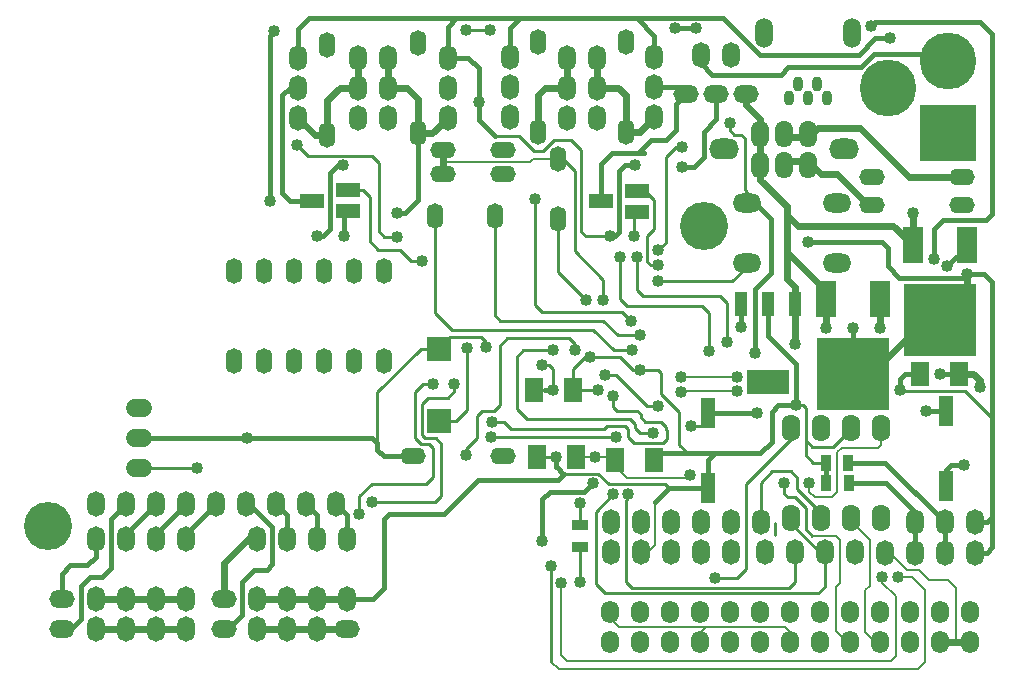
<source format=gbl>
G04 (created by PCBNEW-RS274X (2012-01-19 BZR 3256)-stable) date 13/12/2555 19:20:38*
G01*
G70*
G90*
%MOIN*%
G04 Gerber Fmt 3.4, Leading zero omitted, Abs format*
%FSLAX34Y34*%
G04 APERTURE LIST*
%ADD10C,0.006000*%
%ADD11O,0.060000X0.085000*%
%ADD12C,0.189000*%
%ADD13R,0.189000X0.189000*%
%ADD14O,0.055000X0.085000*%
%ADD15O,0.085000X0.060000*%
%ADD16O,0.095000X0.064000*%
%ADD17O,0.060000X0.090000*%
%ADD18O,0.100000X0.070000*%
%ADD19O,0.059100X0.100000*%
%ADD20O,0.035400X0.050000*%
%ADD21O,0.085000X0.055000*%
%ADD22R,0.144000X0.080000*%
%ADD23R,0.040000X0.080000*%
%ADD24C,0.060000*%
%ADD25R,0.078700X0.078700*%
%ADD26O,0.060000X0.075000*%
%ADD27R,0.080000X0.045000*%
%ADD28C,0.160000*%
%ADD29O,0.062000X0.090000*%
%ADD30R,0.060000X0.080000*%
%ADD31R,0.035000X0.055000*%
%ADD32R,0.055000X0.035000*%
%ADD33R,0.047200X0.098400*%
%ADD34R,0.065000X0.120000*%
%ADD35R,0.240000X0.240000*%
%ADD36C,0.040000*%
%ADD37C,0.010000*%
%ADD38C,0.015000*%
%ADD39C,0.008000*%
%ADD40C,0.024000*%
G04 APERTURE END LIST*
G54D10*
G54D11*
X68100Y-46186D03*
X67100Y-46186D03*
X66100Y-46186D03*
X65100Y-46186D03*
G54D12*
X71218Y-29796D03*
G54D13*
X71218Y-32196D03*
G54D12*
X69218Y-30696D03*
G54D14*
X54113Y-34965D03*
X56113Y-34965D03*
G54D15*
X41678Y-48737D03*
X41678Y-47737D03*
G54D16*
X67501Y-34540D03*
X67501Y-36540D03*
X64501Y-34540D03*
X64501Y-36540D03*
G54D17*
X66549Y-32246D03*
X66549Y-33266D03*
X65749Y-32246D03*
X65749Y-33266D03*
X64949Y-32246D03*
X64949Y-33266D03*
G54D18*
X63749Y-32756D03*
X67749Y-32756D03*
G54D11*
X48186Y-45737D03*
X49186Y-45737D03*
X50186Y-45737D03*
X51186Y-45737D03*
G54D15*
X47064Y-48745D03*
X47064Y-47745D03*
G54D19*
X65083Y-28867D03*
X67996Y-28867D03*
G54D20*
X66854Y-30580D03*
X66224Y-30580D03*
X66539Y-31052D03*
X65909Y-31052D03*
X67169Y-31052D03*
G54D21*
X71678Y-33682D03*
X68678Y-33682D03*
X54365Y-33565D03*
X56365Y-33565D03*
X68666Y-34599D03*
X71666Y-34599D03*
G54D11*
X59521Y-29693D03*
X59521Y-30693D03*
X59521Y-31693D03*
X58521Y-29693D03*
X58521Y-30693D03*
X58521Y-31693D03*
G54D15*
X64470Y-30910D03*
X63470Y-30910D03*
X62470Y-30910D03*
G54D21*
X56385Y-42985D03*
X53385Y-42985D03*
G54D11*
X63960Y-29600D03*
X62960Y-29600D03*
G54D14*
X52423Y-36816D03*
X47423Y-36816D03*
X47423Y-39808D03*
X52423Y-39808D03*
X51423Y-39808D03*
X50423Y-39808D03*
X49423Y-39808D03*
X48423Y-39808D03*
X51423Y-36816D03*
X50423Y-36816D03*
X49423Y-36816D03*
X48423Y-36816D03*
G54D22*
X65214Y-40521D03*
G54D23*
X65214Y-37921D03*
X66114Y-37921D03*
X64314Y-37921D03*
G54D11*
X42804Y-44564D03*
X43804Y-44564D03*
X44804Y-44564D03*
X45804Y-44564D03*
X46804Y-44564D03*
X47804Y-44564D03*
X48804Y-44564D03*
X49804Y-44564D03*
X50804Y-44564D03*
X49533Y-31693D03*
X49533Y-30693D03*
X49533Y-29693D03*
X54540Y-31690D03*
X54540Y-30690D03*
X54540Y-29690D03*
X56603Y-31682D03*
X56603Y-30682D03*
X56603Y-29682D03*
X61422Y-31686D03*
X61422Y-30686D03*
X61422Y-29686D03*
G54D24*
X44112Y-41361D02*
X44362Y-41361D01*
X44112Y-42361D02*
X44362Y-42361D01*
X44112Y-43361D02*
X44362Y-43361D01*
G54D25*
X54238Y-39407D03*
X54238Y-41807D03*
G54D14*
X58217Y-33068D03*
X58217Y-35068D03*
G54D21*
X54376Y-32767D03*
X56376Y-32767D03*
G54D11*
X52537Y-29693D03*
X52537Y-30693D03*
X52537Y-31693D03*
X51537Y-29690D03*
X51537Y-30690D03*
X51537Y-31690D03*
X59962Y-45186D03*
X60962Y-45186D03*
X61962Y-45186D03*
X62962Y-45186D03*
X63962Y-45186D03*
X64962Y-45186D03*
X59962Y-46186D03*
X60962Y-46186D03*
X61962Y-46186D03*
X62962Y-46186D03*
X63962Y-46186D03*
X51186Y-47737D03*
G54D15*
X51186Y-48737D03*
G54D11*
X50186Y-47737D03*
X50186Y-48737D03*
X49186Y-47737D03*
X49186Y-48737D03*
X48186Y-47737D03*
X48186Y-48737D03*
X42800Y-45737D03*
X43800Y-45737D03*
X44800Y-45737D03*
X45800Y-45737D03*
X45800Y-47737D03*
X45800Y-48737D03*
X44800Y-47737D03*
X44800Y-48737D03*
X43800Y-47737D03*
X43800Y-48737D03*
X42800Y-47737D03*
X42800Y-48737D03*
G54D26*
X59949Y-49169D03*
X60949Y-49169D03*
X60949Y-48169D03*
X61949Y-49169D03*
X61949Y-48169D03*
X62949Y-48169D03*
X63949Y-49169D03*
X63949Y-48169D03*
X64949Y-49169D03*
X64949Y-48169D03*
X65949Y-48169D03*
X66949Y-49169D03*
X66949Y-48169D03*
X68949Y-48169D03*
X69949Y-48169D03*
X70949Y-48169D03*
X71949Y-48169D03*
X71949Y-48169D03*
X71949Y-49169D03*
X70949Y-48169D03*
X70949Y-49169D03*
X69949Y-48169D03*
X69949Y-49169D03*
X68949Y-48169D03*
X68949Y-49169D03*
X67949Y-48169D03*
X67949Y-49169D03*
X66949Y-48169D03*
X66949Y-49169D03*
X65949Y-48169D03*
X65949Y-49169D03*
X64949Y-48169D03*
X64949Y-49169D03*
X63949Y-48169D03*
X63949Y-49169D03*
X62949Y-48169D03*
X62949Y-49169D03*
X61949Y-48169D03*
X61949Y-49169D03*
X60949Y-48169D03*
X60949Y-49169D03*
X59949Y-48169D03*
X59949Y-49169D03*
G54D27*
X60837Y-34827D03*
X60837Y-34127D03*
X59637Y-34477D03*
X51219Y-34807D03*
X51219Y-34107D03*
X50019Y-34457D03*
G54D28*
X63068Y-35308D03*
X41218Y-45308D03*
G54D29*
X65974Y-45056D03*
X66974Y-45056D03*
X67974Y-45056D03*
X68974Y-45056D03*
X68974Y-42056D03*
X67974Y-42056D03*
X66974Y-42056D03*
X65974Y-42056D03*
G54D14*
X60470Y-32182D03*
X60470Y-29182D03*
X57552Y-32170D03*
X57552Y-29170D03*
X53544Y-32217D03*
X53544Y-29217D03*
X50509Y-32268D03*
X50509Y-29268D03*
G54D30*
X57522Y-43008D03*
X58822Y-43008D03*
X57401Y-40777D03*
X58701Y-40777D03*
X60112Y-43113D03*
X61412Y-43113D03*
X71592Y-40225D03*
X70292Y-40225D03*
G54D31*
X67145Y-43862D03*
X67895Y-43862D03*
X67142Y-43198D03*
X67892Y-43198D03*
G54D32*
X58954Y-45267D03*
X58954Y-46017D03*
G54D11*
X72100Y-45186D03*
X71100Y-45186D03*
X70100Y-45186D03*
G54D33*
X71151Y-41459D03*
X71151Y-43959D03*
X63206Y-44038D03*
X63206Y-41538D03*
G54D34*
X67144Y-37749D03*
G54D35*
X68044Y-40249D03*
G54D34*
X68944Y-37749D03*
X70038Y-35949D03*
G54D35*
X70938Y-38449D03*
G54D34*
X71838Y-35949D03*
G54D11*
X72097Y-46191D03*
X71097Y-46191D03*
X70097Y-46191D03*
X69097Y-46191D03*
G54D36*
X59546Y-40778D03*
X60926Y-40111D03*
X66136Y-41275D03*
X58954Y-47182D03*
X59266Y-39679D03*
X59153Y-37770D03*
X58152Y-43008D03*
X72282Y-40688D03*
X70484Y-41460D03*
X68640Y-28634D03*
X71182Y-36650D03*
X70943Y-40225D03*
X68944Y-38699D03*
X63459Y-47037D03*
X70726Y-36396D03*
X61554Y-36612D03*
X61554Y-36098D03*
X62351Y-32662D03*
X53660Y-36486D03*
X57430Y-34391D03*
X60659Y-38485D03*
X49510Y-32620D03*
X52852Y-35672D03*
X65754Y-43884D03*
X59926Y-35646D03*
X50181Y-35645D03*
X55561Y-31178D03*
X47848Y-42362D03*
X69611Y-40765D03*
X55796Y-39348D03*
X71749Y-43287D03*
X58045Y-40776D03*
X57672Y-45814D03*
X59446Y-43020D03*
X59378Y-43874D03*
X62633Y-41965D03*
X51053Y-33284D03*
X60760Y-33284D03*
X64315Y-38673D03*
X57661Y-39931D03*
X63944Y-31876D03*
X68030Y-38696D03*
X62604Y-43622D03*
X69260Y-29056D03*
X59716Y-37767D03*
X66558Y-35840D03*
X64772Y-39538D03*
X71851Y-36902D03*
X64836Y-41534D03*
X60847Y-36343D03*
X63848Y-39170D03*
X69020Y-47020D03*
X58304Y-47196D03*
X52008Y-44494D03*
X54752Y-40585D03*
X57980Y-46652D03*
X54042Y-40588D03*
X51584Y-44899D03*
X69540Y-47010D03*
X46192Y-43361D03*
X58763Y-39456D03*
X55130Y-42955D03*
X55992Y-42348D03*
X60137Y-42348D03*
X60044Y-40975D03*
X55994Y-41850D03*
X52853Y-34861D03*
X61376Y-42199D03*
X58049Y-39454D03*
X58955Y-44529D03*
X61553Y-41292D03*
X59791Y-40258D03*
X55184Y-39358D03*
X60660Y-39436D03*
X60932Y-38956D03*
X61553Y-37141D03*
X51072Y-35646D03*
X60740Y-35646D03*
X60539Y-44242D03*
X66592Y-43884D03*
X60288Y-36352D03*
X63235Y-39469D03*
X62300Y-40846D03*
X64175Y-40804D03*
X62300Y-40342D03*
X64176Y-40340D03*
X60054Y-44245D03*
X66114Y-39236D03*
X70038Y-34864D03*
X67145Y-38712D03*
X62352Y-33328D03*
X62107Y-28720D03*
X48602Y-34465D03*
X62800Y-28720D03*
X55145Y-28762D03*
X48755Y-28804D03*
X55931Y-28762D03*
G54D37*
X65454Y-45201D02*
X65454Y-45603D01*
X65454Y-45201D02*
X65454Y-45210D01*
X58954Y-46940D02*
X58954Y-46867D01*
G54D38*
X63206Y-43119D02*
X63206Y-44038D01*
G54D37*
X58701Y-40777D02*
X59545Y-40777D01*
G54D38*
X61896Y-44041D02*
X61896Y-44043D01*
G54D39*
X61203Y-46186D02*
X61441Y-45948D01*
G54D38*
X58386Y-43574D02*
X58168Y-43356D01*
G54D40*
X43800Y-47737D02*
X44800Y-47737D01*
G54D37*
X57522Y-43008D02*
X58152Y-43008D01*
G54D38*
X65549Y-41275D02*
X65544Y-41280D01*
G54D40*
X49186Y-47737D02*
X50186Y-47737D01*
G54D38*
X61896Y-44041D02*
X63203Y-44041D01*
X52411Y-47369D02*
X52043Y-47737D01*
G54D37*
X66470Y-42455D02*
X66691Y-42676D01*
X58701Y-40077D02*
X58701Y-40777D01*
X59099Y-39679D02*
X58701Y-40077D01*
G54D38*
X62538Y-42882D02*
X61643Y-42882D01*
X58204Y-43774D02*
X58404Y-43574D01*
G54D37*
X58217Y-36834D02*
X59153Y-37770D01*
G54D38*
X58404Y-43574D02*
X58421Y-43557D01*
G54D37*
X67142Y-43859D02*
X67145Y-43862D01*
G54D38*
X65326Y-42504D02*
X64948Y-42882D01*
G54D37*
X59545Y-40777D02*
X59546Y-40778D01*
G54D38*
X64948Y-42882D02*
X63480Y-42882D01*
G54D37*
X66470Y-42442D02*
X66470Y-42455D01*
G54D38*
X63443Y-42882D02*
X63206Y-43119D01*
X52043Y-47737D02*
X51186Y-47737D01*
G54D39*
X60962Y-46186D02*
X61203Y-46186D01*
G54D38*
X66136Y-39905D02*
X66132Y-39901D01*
X67142Y-43859D02*
X67145Y-43862D01*
G54D37*
X59548Y-43557D02*
X59900Y-43909D01*
X58421Y-43557D02*
X59548Y-43557D01*
G54D39*
X58954Y-47182D02*
X58954Y-46940D01*
G54D37*
X61655Y-40917D02*
X62258Y-41520D01*
G54D38*
X65214Y-38983D02*
X65214Y-37921D01*
G54D37*
X62258Y-41520D02*
X62258Y-41682D01*
X67974Y-42081D02*
X67974Y-42056D01*
X61655Y-40210D02*
X61655Y-40584D01*
X58954Y-46867D02*
X58954Y-47182D01*
G54D40*
X48186Y-47737D02*
X49186Y-47737D01*
X42800Y-47737D02*
X43800Y-47737D01*
G54D38*
X67142Y-43198D02*
X67142Y-43859D01*
X65544Y-41280D02*
X65326Y-41498D01*
G54D37*
X61655Y-40584D02*
X61655Y-40917D01*
G54D40*
X44800Y-47737D02*
X45800Y-47737D01*
G54D38*
X66136Y-41275D02*
X66136Y-39905D01*
G54D37*
X66470Y-42442D02*
X66470Y-42955D01*
X58954Y-46017D02*
X58954Y-46867D01*
G54D38*
X54090Y-44894D02*
X54406Y-44894D01*
X58184Y-43774D02*
X58204Y-43774D01*
X54090Y-44894D02*
X52576Y-44894D01*
G54D37*
X62258Y-42420D02*
X62258Y-41682D01*
G54D38*
X52411Y-45059D02*
X52411Y-47369D01*
X61896Y-44038D02*
X61896Y-44041D01*
G54D37*
X67379Y-42676D02*
X67974Y-42081D01*
X60926Y-40111D02*
X61556Y-40111D01*
X59266Y-39679D02*
X59099Y-39679D01*
G54D38*
X54406Y-44894D02*
X55526Y-43774D01*
G54D37*
X58421Y-43557D02*
X58204Y-43774D01*
X66470Y-42235D02*
X66470Y-42442D01*
X66470Y-42955D02*
X66713Y-43198D01*
X61772Y-43909D02*
X61901Y-44038D01*
X59900Y-43909D02*
X61772Y-43909D01*
X58421Y-43549D02*
X58421Y-43557D01*
G54D38*
X66136Y-41275D02*
X65549Y-41275D01*
G54D37*
X58217Y-35068D02*
X58217Y-36834D01*
G54D38*
X61896Y-44043D02*
X61441Y-44498D01*
X58152Y-43008D02*
X58152Y-43340D01*
G54D37*
X60278Y-39679D02*
X59266Y-39679D01*
G54D38*
X63203Y-44041D02*
X63206Y-44038D01*
G54D37*
X66691Y-42676D02*
X67379Y-42676D01*
G54D40*
X50186Y-47737D02*
X51186Y-47737D01*
G54D37*
X58168Y-43356D02*
X58361Y-43549D01*
G54D38*
X63443Y-42882D02*
X62538Y-42882D01*
G54D37*
X66470Y-42235D02*
X66470Y-41493D01*
X60926Y-40111D02*
X60710Y-40111D01*
G54D38*
X65214Y-38983D02*
X66132Y-39901D01*
X58404Y-43574D02*
X58386Y-43574D01*
X55526Y-43774D02*
X58184Y-43774D01*
G54D37*
X62258Y-42420D02*
X62258Y-42602D01*
G54D39*
X61901Y-44038D02*
X61896Y-44038D01*
G54D37*
X66382Y-41275D02*
X66470Y-41363D01*
X62258Y-42602D02*
X62538Y-42882D01*
G54D38*
X63480Y-42882D02*
X63443Y-42882D01*
X61643Y-42882D02*
X61412Y-43113D01*
G54D37*
X61556Y-40111D02*
X61655Y-40210D01*
G54D39*
X58954Y-46017D02*
X58954Y-47182D01*
X61441Y-45948D02*
X61441Y-44498D01*
X61441Y-44498D02*
X61901Y-44038D01*
G54D38*
X58152Y-43340D02*
X58168Y-43356D01*
G54D37*
X66136Y-41275D02*
X66382Y-41275D01*
G54D38*
X52576Y-44894D02*
X52411Y-45059D01*
G54D37*
X66470Y-41363D02*
X66470Y-41493D01*
X58361Y-43549D02*
X58421Y-43549D01*
X60710Y-40111D02*
X60278Y-39679D01*
G54D38*
X65326Y-41498D02*
X65326Y-42504D01*
G54D37*
X66713Y-43198D02*
X67142Y-43198D01*
G54D39*
X70890Y-47110D02*
X71200Y-47110D01*
X70580Y-47110D02*
X70230Y-46760D01*
G54D38*
X49264Y-34457D02*
X50019Y-34457D01*
X61318Y-32430D02*
X61817Y-32430D01*
X62150Y-32097D02*
X62150Y-31426D01*
G54D39*
X70230Y-46760D02*
X69840Y-46760D01*
X69271Y-46191D02*
X69097Y-46191D01*
G54D38*
X60692Y-32879D02*
X61071Y-32879D01*
G54D40*
X72282Y-40688D02*
X72282Y-40448D01*
G54D38*
X62150Y-31426D02*
X62150Y-31230D01*
X71038Y-35103D02*
X70726Y-35415D01*
G54D39*
X71200Y-47110D02*
X71460Y-47370D01*
G54D38*
X59999Y-32879D02*
X60413Y-32879D01*
G54D37*
X64020Y-47037D02*
X64011Y-47037D01*
G54D38*
X49270Y-30693D02*
X49016Y-30947D01*
X70726Y-35415D02*
X70726Y-36396D01*
X72682Y-34907D02*
X72486Y-35103D01*
X60869Y-32879D02*
X61318Y-32430D01*
X59637Y-34477D02*
X59637Y-33241D01*
X70943Y-40225D02*
X71592Y-40225D01*
X72274Y-28501D02*
X72682Y-28909D01*
G54D39*
X71460Y-47370D02*
X71460Y-49169D01*
X70780Y-47110D02*
X70890Y-47110D01*
G54D38*
X49016Y-30947D02*
X49016Y-34209D01*
X62150Y-31230D02*
X62470Y-30910D01*
X70949Y-49169D02*
X70869Y-49169D01*
G54D40*
X68944Y-37749D02*
X68944Y-38699D01*
G54D38*
X68773Y-28501D02*
X68640Y-28634D01*
X61422Y-30686D02*
X62246Y-30686D01*
G54D37*
X65974Y-42056D02*
X65974Y-42407D01*
X65974Y-42407D02*
X65454Y-42927D01*
G54D38*
X71838Y-35994D02*
X71182Y-36650D01*
X71875Y-28501D02*
X72274Y-28501D01*
X62246Y-30686D02*
X62470Y-30910D01*
X49016Y-34209D02*
X49264Y-34457D01*
X49533Y-30693D02*
X49270Y-30693D01*
X71123Y-35103D02*
X71038Y-35103D01*
X71838Y-35949D02*
X71610Y-35949D01*
X60413Y-32879D02*
X60692Y-32879D01*
G54D39*
X69840Y-46760D02*
X69271Y-46191D01*
G54D40*
X71949Y-49169D02*
X71460Y-49169D01*
G54D38*
X71208Y-35103D02*
X71123Y-35103D01*
X71875Y-28501D02*
X70634Y-28501D01*
G54D40*
X68944Y-38699D02*
X68946Y-38701D01*
G54D38*
X70634Y-28501D02*
X69175Y-28501D01*
G54D40*
X72282Y-40448D02*
X72059Y-40225D01*
G54D37*
X64165Y-47037D02*
X64470Y-46732D01*
X63459Y-47037D02*
X64020Y-47037D01*
X64470Y-46732D02*
X64470Y-43911D01*
X64470Y-43911D02*
X65454Y-42927D01*
X63459Y-47037D02*
X64165Y-47037D01*
G54D38*
X71150Y-41460D02*
X71151Y-41459D01*
X72256Y-35105D02*
X72258Y-35103D01*
X68773Y-28501D02*
X69175Y-28501D01*
G54D40*
X72059Y-40225D02*
X71592Y-40225D01*
G54D38*
X72258Y-35103D02*
X71208Y-35103D01*
X72682Y-28909D02*
X72682Y-34907D01*
X72486Y-35103D02*
X72258Y-35103D01*
G54D40*
X71460Y-49169D02*
X70949Y-49169D01*
G54D38*
X70484Y-41460D02*
X71150Y-41460D01*
X60413Y-32879D02*
X60869Y-32879D01*
X71838Y-35949D02*
X71838Y-35994D01*
G54D39*
X70890Y-47110D02*
X70580Y-47110D01*
G54D38*
X61817Y-32430D02*
X62150Y-32097D01*
X59637Y-33241D02*
X59999Y-32879D01*
G54D37*
X61412Y-34442D02*
X61415Y-34445D01*
X61192Y-36496D02*
X61192Y-35634D01*
X61097Y-34127D02*
X60837Y-34127D01*
X61308Y-36612D02*
X61192Y-36496D01*
X61097Y-34127D02*
X61412Y-34442D01*
X61554Y-36612D02*
X61308Y-36612D01*
X61192Y-35634D02*
X61412Y-35414D01*
X61412Y-35414D02*
X61412Y-34442D01*
X62351Y-32662D02*
X62128Y-32662D01*
X61795Y-32995D02*
X61795Y-35857D01*
X61795Y-35857D02*
X61554Y-36098D01*
X62128Y-32662D02*
X61795Y-32995D01*
X51693Y-34107D02*
X51219Y-34107D01*
X53416Y-36486D02*
X53323Y-36486D01*
X52929Y-36092D02*
X52208Y-36092D01*
X53416Y-36486D02*
X53660Y-36486D01*
X51928Y-34342D02*
X51693Y-34107D01*
X52208Y-36092D02*
X51928Y-35812D01*
X53323Y-36486D02*
X52929Y-36092D01*
X51928Y-35812D02*
X51928Y-34342D01*
X57430Y-34391D02*
X57430Y-34392D01*
X57430Y-34391D02*
X57430Y-37926D01*
X60659Y-38485D02*
X60659Y-38480D01*
X57430Y-34392D02*
X57430Y-34391D01*
X60659Y-38480D02*
X60355Y-38176D01*
X60355Y-38176D02*
X57680Y-38176D01*
X57430Y-34391D02*
X57430Y-34391D01*
X57680Y-38176D02*
X57430Y-37926D01*
X52425Y-35672D02*
X52229Y-35476D01*
X49870Y-32980D02*
X49510Y-32620D01*
X52010Y-32980D02*
X49870Y-32980D01*
X52580Y-35672D02*
X52852Y-35672D01*
X52229Y-33199D02*
X52010Y-32980D01*
X52229Y-35476D02*
X52229Y-33199D01*
X52580Y-35672D02*
X52425Y-35672D01*
G54D39*
X67829Y-49169D02*
X67470Y-48810D01*
X67470Y-47330D02*
X67600Y-47200D01*
X67470Y-48810D02*
X67470Y-47330D01*
G54D37*
X66476Y-45006D02*
X66476Y-45422D01*
X66476Y-45422D02*
X66690Y-45636D01*
G54D39*
X67949Y-49169D02*
X67769Y-49169D01*
X67090Y-45636D02*
X67466Y-45636D01*
G54D37*
X66476Y-45006D02*
X66476Y-44720D01*
G54D39*
X67466Y-45636D02*
X67600Y-45770D01*
X67949Y-49169D02*
X67829Y-49169D01*
X66690Y-45636D02*
X67090Y-45636D01*
X67090Y-45636D02*
X67138Y-45636D01*
X67138Y-45636D02*
X67300Y-45636D01*
X67600Y-45770D02*
X67600Y-47200D01*
G54D37*
X65970Y-44352D02*
X66024Y-44352D01*
X65754Y-44224D02*
X65754Y-43884D01*
X65882Y-44352D02*
X65754Y-44224D01*
X66108Y-44352D02*
X66024Y-44352D01*
X66476Y-44720D02*
X66108Y-44352D01*
X66024Y-44352D02*
X65882Y-44352D01*
G54D38*
X44800Y-45568D02*
X45804Y-44564D01*
X44800Y-45737D02*
X44800Y-45568D01*
X50186Y-45737D02*
X50186Y-44946D01*
X50186Y-44946D02*
X49804Y-44564D01*
G54D39*
X68450Y-47440D02*
X68600Y-47290D01*
X67974Y-45134D02*
X68600Y-45760D01*
X68600Y-45760D02*
X68600Y-47290D01*
X68949Y-49169D02*
X68779Y-49169D01*
X67974Y-45056D02*
X67974Y-45134D01*
X68450Y-48840D02*
X68450Y-47440D01*
X68779Y-49169D02*
X68450Y-48840D01*
G54D38*
X41678Y-46894D02*
X41957Y-46615D01*
X41678Y-47737D02*
X41678Y-46894D01*
X42509Y-46615D02*
X42800Y-46324D01*
X41957Y-46615D02*
X42509Y-46615D01*
X42800Y-46324D02*
X42800Y-45737D01*
X43800Y-45737D02*
X43800Y-45568D01*
X43800Y-45568D02*
X44804Y-44564D01*
X45800Y-45568D02*
X46804Y-44564D01*
X45800Y-45737D02*
X45800Y-45568D01*
G54D40*
X47064Y-47745D02*
X47064Y-46544D01*
X47064Y-46544D02*
X47871Y-45737D01*
X47871Y-45737D02*
X48186Y-45737D01*
G54D38*
X49186Y-44946D02*
X48804Y-44564D01*
X49186Y-45737D02*
X49186Y-44946D01*
X51186Y-45737D02*
X51186Y-44946D01*
X51186Y-44946D02*
X50804Y-44564D01*
X72509Y-46191D02*
X72682Y-46018D01*
G54D37*
X64962Y-43862D02*
X65336Y-43488D01*
G54D38*
X52190Y-42780D02*
X52395Y-42985D01*
G54D37*
X64962Y-45186D02*
X64962Y-43862D01*
X65336Y-43488D02*
X65965Y-43488D01*
X65965Y-43488D02*
X66182Y-43705D01*
X66182Y-43705D02*
X66182Y-44087D01*
X66182Y-44087D02*
X66974Y-44879D01*
X66974Y-44879D02*
X66974Y-45056D01*
G54D38*
X50181Y-35645D02*
X50181Y-35646D01*
X72097Y-46191D02*
X72509Y-46191D01*
X49894Y-28387D02*
X50345Y-28387D01*
G54D37*
X59137Y-35646D02*
X58991Y-35500D01*
X58651Y-32434D02*
X58079Y-32434D01*
X58991Y-35378D02*
X58991Y-32774D01*
G54D40*
X49186Y-48737D02*
X50186Y-48737D01*
G54D37*
X58378Y-33068D02*
X58770Y-33460D01*
X55529Y-39022D02*
X54623Y-39022D01*
G54D39*
X60112Y-43308D02*
X60514Y-43710D01*
G54D38*
X57672Y-45814D02*
X57673Y-45814D01*
G54D40*
X42800Y-48737D02*
X43800Y-48737D01*
G54D38*
X52017Y-42362D02*
X52190Y-42535D01*
G54D39*
X57263Y-33169D02*
X54517Y-33169D01*
G54D37*
X52190Y-40847D02*
X53630Y-39407D01*
X56919Y-32312D02*
X56093Y-32312D01*
G54D39*
X54517Y-33169D02*
X54376Y-33310D01*
X60019Y-43020D02*
X60112Y-43113D01*
G54D38*
X55220Y-29690D02*
X55561Y-30031D01*
G54D37*
X71425Y-40801D02*
X69647Y-40801D01*
G54D38*
X71151Y-43959D02*
X71151Y-43454D01*
G54D39*
X60112Y-43113D02*
X60112Y-43308D01*
G54D37*
X58217Y-33068D02*
X58378Y-33068D01*
X64771Y-38793D02*
X64771Y-39537D01*
X64771Y-39537D02*
X64772Y-39538D01*
X55652Y-39022D02*
X55796Y-39166D01*
G54D38*
X58876Y-44165D02*
X58889Y-44165D01*
X52190Y-42535D02*
X52190Y-42780D01*
G54D37*
X54623Y-39022D02*
X54238Y-39407D01*
X52190Y-42780D02*
X52190Y-40847D01*
X58044Y-40777D02*
X58045Y-40776D01*
G54D38*
X55561Y-31178D02*
X55561Y-31780D01*
G54D39*
X59434Y-43008D02*
X59446Y-43020D01*
G54D37*
X64844Y-37342D02*
X64844Y-37344D01*
G54D38*
X56603Y-28715D02*
X56931Y-28387D01*
X57926Y-44165D02*
X58876Y-44165D01*
G54D40*
X43800Y-48737D02*
X44800Y-48737D01*
G54D38*
X60760Y-33284D02*
X60426Y-33284D01*
X50376Y-35646D02*
X50181Y-35646D01*
G54D37*
X71425Y-40801D02*
X71663Y-40801D01*
X57413Y-32806D02*
X56919Y-32312D01*
G54D38*
X49533Y-28748D02*
X49894Y-28387D01*
G54D39*
X59446Y-43020D02*
X60019Y-43020D01*
G54D38*
X72100Y-45186D02*
X72504Y-45186D01*
X72504Y-45186D02*
X72682Y-45008D01*
G54D37*
X72682Y-37166D02*
X72682Y-41701D01*
G54D38*
X60426Y-33284D02*
X60245Y-33465D01*
X60844Y-28387D02*
X60832Y-28375D01*
X68741Y-29587D02*
X71009Y-29587D01*
X65627Y-30261D02*
X65868Y-30020D01*
X59087Y-44165D02*
X59378Y-43874D01*
G54D40*
X48186Y-48737D02*
X49186Y-48737D01*
G54D38*
X51053Y-33284D02*
X50863Y-33284D01*
X50619Y-33528D02*
X50619Y-35403D01*
G54D37*
X53630Y-39407D02*
X54238Y-39407D01*
G54D38*
X60245Y-35499D02*
X60245Y-35398D01*
G54D40*
X44800Y-48737D02*
X45800Y-48737D01*
G54D38*
X61422Y-28965D02*
X61422Y-29686D01*
G54D37*
X57707Y-32806D02*
X57413Y-32806D01*
X63206Y-41726D02*
X62967Y-41965D01*
G54D38*
X64314Y-38672D02*
X64315Y-38673D01*
X60832Y-28375D02*
X61422Y-28965D01*
X49533Y-29693D02*
X49533Y-28748D01*
G54D37*
X69647Y-40801D02*
X69611Y-40765D01*
G54D39*
X55561Y-31178D02*
X55561Y-30031D01*
G54D38*
X60245Y-33465D02*
X60245Y-35398D01*
X59087Y-44165D02*
X58876Y-44165D01*
G54D40*
X54376Y-33554D02*
X54365Y-33565D01*
G54D37*
X64835Y-37351D02*
X64844Y-37342D01*
G54D38*
X69197Y-36491D02*
X69197Y-36036D01*
X47847Y-42361D02*
X47848Y-42362D01*
X57672Y-44419D02*
X57926Y-44165D01*
G54D37*
X72418Y-36902D02*
X72682Y-37166D01*
X64771Y-37417D02*
X64771Y-38793D01*
X54376Y-33554D02*
X54365Y-33565D01*
X58991Y-35500D02*
X58991Y-35378D01*
G54D38*
X50863Y-33284D02*
X50619Y-33528D01*
G54D37*
X57661Y-39931D02*
X57903Y-39931D01*
G54D38*
X57769Y-40777D02*
X58044Y-40777D01*
G54D37*
X58991Y-32774D02*
X58651Y-32434D01*
G54D38*
X57672Y-45814D02*
X57672Y-44419D01*
X71151Y-43454D02*
X71318Y-43287D01*
G54D37*
X57903Y-39931D02*
X58045Y-40073D01*
X57401Y-40777D02*
X57769Y-40777D01*
G54D40*
X71851Y-37200D02*
X71851Y-37536D01*
G54D37*
X71663Y-40801D02*
X71782Y-40801D01*
G54D38*
X68030Y-38696D02*
X68030Y-40235D01*
X71851Y-36902D02*
X72418Y-36902D01*
X72418Y-36902D02*
X72682Y-37166D01*
G54D40*
X54376Y-32767D02*
X54376Y-33554D01*
G54D37*
X64844Y-37344D02*
X64771Y-37417D01*
X62967Y-41965D02*
X62633Y-41965D01*
X65305Y-35065D02*
X64780Y-34540D01*
X64501Y-34540D02*
X64780Y-34540D01*
X64501Y-34540D02*
X64501Y-34176D01*
X64501Y-34176D02*
X64432Y-34107D01*
X64312Y-32264D02*
X64432Y-32384D01*
G54D38*
X60098Y-35646D02*
X60245Y-35499D01*
X71720Y-37033D02*
X71851Y-36902D01*
X65868Y-30020D02*
X67964Y-30020D01*
X71009Y-29587D02*
X71218Y-29796D01*
G54D39*
X65788Y-48666D02*
X65949Y-48827D01*
G54D38*
X64930Y-29610D02*
X67898Y-29610D01*
G54D39*
X62949Y-48869D02*
X63152Y-48666D01*
G54D38*
X69260Y-29056D02*
X68780Y-29056D01*
X69611Y-40765D02*
X69611Y-40399D01*
X65305Y-35065D02*
X64780Y-34540D01*
G54D37*
X65305Y-36881D02*
X65305Y-35065D01*
G54D38*
X72682Y-45008D02*
X72682Y-46018D01*
X64314Y-37921D02*
X64314Y-38672D01*
G54D39*
X59949Y-48385D02*
X60230Y-48666D01*
G54D38*
X69611Y-40399D02*
X69785Y-40225D01*
G54D39*
X59949Y-48169D02*
X59949Y-48385D01*
G54D38*
X64772Y-39538D02*
X64772Y-37418D01*
G54D39*
X62949Y-49169D02*
X62949Y-48869D01*
G54D38*
X69785Y-40225D02*
X70292Y-40225D01*
G54D39*
X63152Y-48666D02*
X65788Y-48666D01*
G54D38*
X72682Y-37166D02*
X72682Y-45008D01*
G54D37*
X59716Y-37092D02*
X59716Y-37767D01*
G54D38*
X64772Y-37418D02*
X65305Y-36885D01*
X54540Y-28664D02*
X54817Y-28387D01*
G54D39*
X60230Y-48666D02*
X63152Y-48666D01*
G54D38*
X67964Y-30020D02*
X68308Y-30020D01*
G54D37*
X63944Y-32116D02*
X64092Y-32264D01*
X64092Y-32264D02*
X64312Y-32264D01*
G54D38*
X69197Y-36491D02*
X69197Y-36646D01*
G54D37*
X64432Y-34107D02*
X64432Y-32384D01*
G54D40*
X71851Y-37536D02*
X70938Y-38449D01*
G54D39*
X65949Y-48827D02*
X65949Y-49169D01*
G54D37*
X63944Y-31876D02*
X63944Y-32116D01*
G54D38*
X50619Y-35403D02*
X50376Y-35646D01*
X67898Y-29610D02*
X68226Y-29610D01*
X60832Y-28375D02*
X63695Y-28375D01*
X64780Y-34540D02*
X64501Y-34540D01*
G54D40*
X71851Y-37200D02*
X71851Y-36902D01*
G54D38*
X65305Y-36885D02*
X65305Y-35065D01*
G54D37*
X58079Y-32434D02*
X57707Y-32806D01*
G54D39*
X60514Y-43710D02*
X62516Y-43710D01*
G54D38*
X50345Y-28387D02*
X54817Y-28387D01*
X68030Y-40235D02*
X68044Y-40249D01*
X63695Y-28375D02*
X64930Y-29610D01*
G54D37*
X71321Y-40801D02*
X71425Y-40801D01*
G54D38*
X63352Y-30261D02*
X65214Y-30261D01*
X62960Y-29600D02*
X62960Y-29869D01*
X56931Y-28387D02*
X60844Y-28387D01*
G54D37*
X64822Y-41548D02*
X64836Y-41534D01*
X58770Y-36146D02*
X59716Y-37092D01*
G54D38*
X65214Y-30261D02*
X65627Y-30261D01*
G54D39*
X55561Y-30031D02*
X55220Y-29690D01*
G54D37*
X58045Y-40073D02*
X58045Y-40776D01*
G54D40*
X50186Y-48737D02*
X51186Y-48737D01*
G54D38*
X52395Y-42985D02*
X53385Y-42985D01*
X54540Y-29690D02*
X55220Y-29690D01*
X55561Y-30031D02*
X55561Y-31178D01*
G54D37*
X53385Y-42985D02*
X52395Y-42985D01*
G54D40*
X68651Y-40249D02*
X68044Y-40249D01*
G54D39*
X57364Y-33068D02*
X57263Y-33169D01*
G54D37*
X55529Y-39022D02*
X55652Y-39022D01*
G54D39*
X58822Y-43008D02*
X59434Y-43008D01*
G54D38*
X64822Y-41548D02*
X63216Y-41548D01*
X58044Y-40777D02*
X58045Y-40776D01*
G54D40*
X70938Y-38449D02*
X70451Y-38449D01*
G54D38*
X59926Y-35646D02*
X60098Y-35646D01*
X56603Y-29682D02*
X56603Y-28715D01*
G54D37*
X56093Y-32312D02*
X55561Y-31780D01*
G54D38*
X62960Y-29869D02*
X63352Y-30261D01*
G54D39*
X62516Y-43710D02*
X62604Y-43622D01*
G54D38*
X63216Y-41548D02*
X63206Y-41538D01*
X71318Y-43287D02*
X71749Y-43287D01*
G54D37*
X71782Y-40801D02*
X72682Y-41701D01*
G54D38*
X69197Y-36646D02*
X69584Y-37033D01*
X69001Y-35840D02*
X67163Y-35840D01*
G54D37*
X59926Y-35646D02*
X59137Y-35646D01*
X58770Y-33460D02*
X58770Y-36146D01*
G54D39*
X58217Y-33068D02*
X57364Y-33068D01*
G54D37*
X52395Y-42985D02*
X52190Y-42780D01*
G54D38*
X54817Y-28387D02*
X56931Y-28387D01*
X54540Y-29690D02*
X54540Y-28664D01*
X67163Y-35840D02*
X66558Y-35840D01*
X47848Y-42362D02*
X52017Y-42362D01*
G54D37*
X64844Y-37342D02*
X65305Y-36881D01*
G54D38*
X68780Y-29056D02*
X68226Y-29610D01*
G54D39*
X54376Y-33310D02*
X54365Y-33565D01*
G54D38*
X69197Y-36036D02*
X69001Y-35840D01*
G54D37*
X55796Y-39166D02*
X55796Y-39348D01*
G54D38*
X47847Y-42361D02*
X44237Y-42361D01*
G54D37*
X63206Y-41726D02*
X63206Y-41538D01*
G54D38*
X69584Y-37033D02*
X71720Y-37033D01*
G54D40*
X70451Y-38449D02*
X68651Y-40249D01*
G54D38*
X68308Y-30020D02*
X68741Y-29587D01*
X55561Y-31780D02*
X56093Y-32312D01*
G54D37*
X60847Y-36343D02*
X60847Y-36493D01*
X63848Y-39170D02*
X63848Y-37885D01*
X60847Y-37445D02*
X61056Y-37654D01*
X61056Y-37654D02*
X63617Y-37654D01*
X63617Y-37654D02*
X63848Y-37885D01*
X60847Y-36493D02*
X60847Y-37445D01*
X60847Y-36462D02*
X60847Y-36493D01*
G54D39*
X69302Y-49808D02*
X69460Y-49650D01*
X69100Y-49808D02*
X69302Y-49808D01*
X69020Y-47190D02*
X69020Y-47020D01*
X69460Y-49650D02*
X69460Y-47630D01*
X69460Y-47630D02*
X69020Y-47190D01*
G54D37*
X53780Y-42379D02*
X54136Y-42379D01*
G54D39*
X58304Y-47196D02*
X58304Y-49594D01*
G54D37*
X54318Y-44299D02*
X54123Y-44494D01*
G54D39*
X69100Y-49808D02*
X59265Y-49808D01*
G54D37*
X54318Y-44299D02*
X54318Y-44157D01*
X54123Y-44494D02*
X52008Y-44494D01*
G54D39*
X58518Y-49808D02*
X59265Y-49808D01*
X58304Y-49594D02*
X58518Y-49808D01*
G54D37*
X54752Y-40822D02*
X54549Y-41025D01*
X54318Y-42561D02*
X54318Y-44157D01*
X53663Y-41246D02*
X53663Y-42262D01*
X53884Y-41025D02*
X53663Y-41246D01*
X54136Y-42379D02*
X54318Y-42561D01*
X54318Y-44157D02*
X54318Y-44207D01*
X54752Y-40585D02*
X54752Y-40822D01*
X54318Y-44207D02*
X54319Y-44208D01*
X53663Y-42262D02*
X53780Y-42379D01*
X54549Y-41025D02*
X53884Y-41025D01*
G54D39*
X69540Y-47010D02*
X70010Y-47010D01*
G54D37*
X53437Y-42371D02*
X53632Y-42566D01*
X53820Y-43896D02*
X52003Y-43896D01*
X57980Y-46652D02*
X57980Y-49823D01*
G54D39*
X58244Y-50087D02*
X59331Y-50087D01*
G54D37*
X51584Y-44315D02*
X51584Y-44899D01*
X52003Y-43896D02*
X51584Y-44315D01*
X54044Y-43672D02*
X53820Y-43896D01*
X54042Y-40588D02*
X53693Y-40588D01*
G54D39*
X57980Y-49823D02*
X58244Y-50087D01*
X69316Y-50087D02*
X59331Y-50087D01*
G54D37*
X53632Y-42566D02*
X53894Y-42566D01*
X53894Y-42566D02*
X54044Y-42716D01*
X53437Y-40844D02*
X53437Y-42371D01*
X53693Y-40588D02*
X53437Y-40844D01*
G54D39*
X69529Y-47021D02*
X69540Y-47010D01*
X70213Y-50087D02*
X69316Y-50087D01*
X70450Y-49850D02*
X70213Y-50087D01*
X70450Y-47450D02*
X70450Y-49850D01*
X70010Y-47010D02*
X70450Y-47450D01*
G54D37*
X54044Y-42716D02*
X54044Y-43672D01*
X58592Y-39052D02*
X58763Y-39223D01*
X44237Y-43361D02*
X45643Y-43361D01*
X56261Y-39310D02*
X56261Y-39291D01*
X55130Y-42955D02*
X55130Y-42742D01*
X45643Y-43361D02*
X45712Y-43361D01*
X56261Y-41285D02*
X56082Y-41464D01*
X56082Y-41464D02*
X55670Y-41464D01*
X46192Y-43361D02*
X46193Y-43360D01*
X55511Y-41623D02*
X55511Y-42361D01*
X45712Y-43361D02*
X46192Y-43361D01*
X56500Y-39052D02*
X58592Y-39052D01*
X58763Y-39223D02*
X58763Y-39456D01*
X55130Y-42742D02*
X55511Y-42361D01*
X55670Y-41464D02*
X55511Y-41623D01*
X46192Y-43361D02*
X46193Y-43360D01*
X56261Y-39291D02*
X56500Y-39052D01*
X46192Y-43361D02*
X46193Y-43360D01*
X56261Y-39310D02*
X56261Y-41285D01*
X55992Y-42348D02*
X60137Y-42348D01*
X56414Y-41850D02*
X55994Y-41850D01*
X61115Y-41830D02*
X61651Y-41830D01*
X60044Y-41335D02*
X60175Y-41466D01*
X59744Y-42064D02*
X59843Y-41965D01*
X58403Y-42064D02*
X59744Y-42064D01*
X61826Y-42091D02*
X61822Y-42091D01*
X60044Y-40975D02*
X60044Y-41335D01*
X60557Y-42064D02*
X60458Y-41965D01*
X61822Y-42091D02*
X61821Y-42091D01*
X56628Y-42064D02*
X58403Y-42064D01*
X61826Y-42397D02*
X61697Y-42526D01*
X60967Y-41682D02*
X61115Y-41830D01*
X61826Y-42091D02*
X61826Y-42397D01*
X56400Y-41836D02*
X56628Y-42064D01*
X56628Y-42064D02*
X56414Y-41850D01*
X61697Y-42526D02*
X60737Y-42526D01*
X61822Y-42001D02*
X61822Y-42091D01*
X60967Y-41580D02*
X60967Y-41682D01*
X56414Y-41850D02*
X56400Y-41836D01*
X59843Y-41965D02*
X60458Y-41965D01*
X60175Y-41466D02*
X60853Y-41466D01*
X61651Y-41830D02*
X61822Y-42001D01*
X60853Y-41466D02*
X60967Y-41580D01*
X60737Y-42526D02*
X60557Y-42346D01*
X60557Y-42346D02*
X60557Y-42064D01*
G54D40*
X60470Y-30938D02*
X60470Y-32182D01*
X60225Y-30693D02*
X60470Y-30938D01*
X59521Y-29693D02*
X59521Y-30693D01*
X59521Y-30693D02*
X60225Y-30693D01*
X60926Y-32182D02*
X61422Y-31686D01*
X60470Y-32182D02*
X60926Y-32182D01*
X58521Y-30693D02*
X57789Y-30693D01*
X58521Y-29693D02*
X58521Y-30693D01*
X57789Y-30693D02*
X57552Y-30930D01*
X57552Y-30930D02*
X57552Y-32170D01*
G54D38*
X53544Y-32217D02*
X53544Y-34426D01*
X53109Y-34861D02*
X53112Y-34858D01*
X52853Y-34861D02*
X53109Y-34861D01*
G54D40*
X54013Y-32217D02*
X54540Y-31690D01*
G54D38*
X53112Y-34858D02*
X53544Y-34426D01*
G54D40*
X52537Y-29693D02*
X52537Y-30693D01*
X52537Y-30693D02*
X53170Y-30693D01*
X53544Y-32217D02*
X54013Y-32217D01*
X53544Y-31067D02*
X53544Y-32217D01*
X53170Y-30693D02*
X53544Y-31067D01*
X50509Y-32268D02*
X50108Y-32268D01*
X51537Y-30690D02*
X51537Y-29690D01*
X50509Y-31111D02*
X50930Y-30690D01*
X50509Y-32268D02*
X50509Y-31111D01*
X50930Y-30690D02*
X51537Y-30690D01*
X50108Y-32268D02*
X49533Y-31693D01*
G54D37*
X61376Y-42199D02*
X60931Y-42199D01*
X57035Y-41590D02*
X57035Y-41591D01*
X60931Y-42199D02*
X60778Y-42046D01*
X57056Y-39454D02*
X56842Y-39668D01*
X58049Y-39454D02*
X57056Y-39454D01*
X57176Y-41731D02*
X57035Y-41590D01*
X60598Y-41731D02*
X57176Y-41731D01*
X60778Y-42046D02*
X60778Y-41911D01*
X56842Y-39668D02*
X56842Y-41398D01*
X56842Y-41398D02*
X57035Y-41591D01*
X60778Y-41911D02*
X60598Y-41731D01*
G54D40*
X66865Y-32040D02*
X66549Y-32356D01*
X68269Y-32040D02*
X66865Y-32040D01*
X69911Y-33682D02*
X68269Y-32040D01*
X65749Y-32356D02*
X66549Y-32356D01*
X71678Y-33682D02*
X69911Y-33682D01*
X68552Y-34599D02*
X67524Y-33571D01*
X68666Y-34599D02*
X68552Y-34599D01*
X66549Y-33156D02*
X65749Y-33156D01*
X67524Y-33571D02*
X66964Y-33571D01*
X66964Y-33571D02*
X66549Y-33156D01*
G54D38*
X43300Y-46721D02*
X43300Y-45068D01*
X41978Y-48737D02*
X42296Y-48419D01*
X42604Y-47012D02*
X43009Y-47012D01*
X42296Y-48419D02*
X42296Y-47320D01*
X42296Y-47320D02*
X42604Y-47012D01*
X41678Y-48737D02*
X41978Y-48737D01*
X43009Y-47012D02*
X43300Y-46721D01*
X43300Y-45068D02*
X43804Y-44564D01*
G54D37*
X47064Y-48745D02*
X47193Y-48745D01*
G54D38*
X48678Y-45327D02*
X47915Y-44564D01*
X47915Y-44564D02*
X47804Y-44564D01*
X48678Y-46579D02*
X48678Y-45327D01*
X47674Y-48264D02*
X47674Y-47159D01*
X48073Y-46760D02*
X48497Y-46760D01*
X47674Y-47159D02*
X48073Y-46760D01*
X47193Y-48745D02*
X47674Y-48264D01*
X48497Y-46760D02*
X48678Y-46579D01*
G54D37*
X58955Y-44529D02*
X58955Y-45266D01*
X58955Y-45266D02*
X58954Y-45267D01*
X60140Y-40258D02*
X61174Y-41292D01*
X61174Y-41292D02*
X61553Y-41292D01*
X59791Y-40258D02*
X60140Y-40258D01*
X54823Y-41807D02*
X54238Y-41807D01*
X55184Y-39358D02*
X55184Y-41446D01*
X55184Y-41446D02*
X54823Y-41807D01*
X54674Y-38764D02*
X54113Y-38203D01*
X60061Y-39433D02*
X59392Y-38764D01*
X54113Y-34965D02*
X54113Y-38203D01*
X59392Y-38764D02*
X54674Y-38764D01*
X60071Y-39433D02*
X60061Y-39433D01*
X60074Y-39436D02*
X60071Y-39433D01*
X60660Y-39436D02*
X60074Y-39436D01*
X56284Y-38460D02*
X56113Y-38289D01*
X59704Y-38460D02*
X56284Y-38460D01*
X60200Y-38956D02*
X59704Y-38460D01*
X56113Y-34965D02*
X56113Y-38289D01*
X60932Y-38956D02*
X60896Y-38956D01*
X60896Y-38956D02*
X60200Y-38956D01*
X61553Y-37141D02*
X61554Y-37142D01*
X64501Y-36665D02*
X64501Y-36540D01*
X61553Y-37141D02*
X64025Y-37141D01*
X64025Y-37141D02*
X64501Y-36665D01*
G54D38*
X51072Y-35196D02*
X51072Y-35646D01*
G54D40*
X51072Y-34954D02*
X51219Y-34807D01*
G54D38*
X51072Y-35196D02*
X51072Y-34954D01*
G54D37*
X60740Y-34924D02*
X60837Y-34827D01*
X60740Y-35646D02*
X60740Y-34924D01*
G54D40*
X60718Y-34946D02*
X60837Y-34827D01*
G54D37*
X60539Y-44242D02*
X60539Y-44359D01*
X60665Y-47372D02*
X60461Y-47168D01*
X60461Y-47168D02*
X60461Y-46653D01*
X60539Y-44359D02*
X60461Y-44437D01*
X66100Y-47179D02*
X65907Y-47372D01*
G54D39*
X66916Y-44347D02*
X67355Y-44347D01*
X68887Y-42694D02*
X68974Y-42607D01*
X68974Y-42056D02*
X68974Y-42607D01*
X66916Y-44347D02*
X66779Y-44347D01*
X67355Y-44347D02*
X67514Y-44188D01*
G54D37*
X66100Y-46693D02*
X66100Y-46186D01*
G54D39*
X66875Y-44347D02*
X66916Y-44347D01*
X67514Y-44188D02*
X67514Y-42852D01*
G54D37*
X60461Y-44437D02*
X60461Y-46653D01*
X66100Y-46693D02*
X66100Y-47179D01*
G54D39*
X67514Y-42852D02*
X67672Y-42694D01*
X66779Y-44347D02*
X66592Y-44160D01*
X66592Y-44160D02*
X66592Y-43884D01*
X67672Y-42694D02*
X68887Y-42694D01*
G54D37*
X65907Y-47372D02*
X60665Y-47372D01*
X60288Y-36442D02*
X60288Y-36547D01*
X60288Y-36547D02*
X60288Y-37078D01*
X60288Y-37078D02*
X60288Y-37739D01*
X63016Y-37975D02*
X63235Y-38194D01*
X60288Y-36352D02*
X60288Y-36547D01*
X63235Y-38194D02*
X63235Y-39469D01*
X60288Y-37739D02*
X60524Y-37975D01*
X60524Y-37975D02*
X63016Y-37975D01*
G54D38*
X69112Y-43198D02*
X71100Y-45186D01*
X71100Y-45186D02*
X71100Y-46188D01*
X71100Y-45186D02*
X71100Y-46186D01*
G54D39*
X62554Y-40804D02*
X62342Y-40804D01*
G54D38*
X71100Y-46188D02*
X71097Y-46191D01*
G54D39*
X62342Y-40804D02*
X62300Y-40846D01*
X64175Y-40804D02*
X62554Y-40804D01*
G54D38*
X69112Y-43198D02*
X71100Y-45186D01*
X67892Y-43198D02*
X69112Y-43198D01*
X70100Y-44835D02*
X69127Y-43862D01*
G54D39*
X64176Y-40340D02*
X62302Y-40340D01*
X62302Y-40340D02*
X62300Y-40342D01*
G54D38*
X70100Y-45186D02*
X70100Y-44835D01*
X67895Y-43862D02*
X69127Y-43862D01*
X69127Y-43862D02*
X70100Y-44835D01*
X70100Y-45186D02*
X70100Y-46188D01*
X70100Y-44835D02*
X70100Y-45186D01*
X70100Y-46188D02*
X70097Y-46191D01*
G54D37*
X59472Y-44827D02*
X60054Y-44245D01*
X59472Y-47252D02*
X59472Y-46870D01*
X67100Y-47336D02*
X66884Y-47552D01*
X59472Y-46870D02*
X59472Y-44827D01*
X59772Y-47552D02*
X59472Y-47252D01*
X67100Y-46790D02*
X67100Y-47336D01*
X66884Y-47552D02*
X59772Y-47552D01*
X65974Y-45231D02*
X66929Y-46186D01*
X67100Y-46186D02*
X67100Y-46790D01*
X66929Y-46186D02*
X67100Y-46186D01*
G54D39*
X65974Y-45231D02*
X66929Y-46186D01*
G54D37*
X65974Y-45056D02*
X65974Y-45231D01*
G54D39*
X66929Y-46186D02*
X67100Y-46186D01*
G54D40*
X64949Y-33771D02*
X64949Y-33156D01*
X69390Y-35301D02*
X70038Y-35949D01*
X66201Y-35301D02*
X69390Y-35301D01*
X65832Y-36008D02*
X65832Y-37064D01*
X66114Y-37921D02*
X66114Y-39236D01*
X70038Y-34864D02*
X70037Y-34863D01*
X67144Y-37749D02*
X67144Y-37486D01*
X64470Y-30910D02*
X64470Y-31270D01*
X65832Y-36174D02*
X65832Y-36008D01*
X65832Y-34895D02*
X65832Y-34932D01*
X65832Y-37064D02*
X66114Y-37346D01*
X64470Y-31270D02*
X64949Y-31749D01*
X65832Y-34654D02*
X64949Y-33771D01*
X65832Y-34932D02*
X66201Y-35301D01*
X64949Y-31749D02*
X64949Y-32356D01*
X65832Y-35201D02*
X65832Y-34895D01*
X70038Y-35949D02*
X70038Y-34864D01*
X67145Y-37750D02*
X67144Y-37749D01*
X67145Y-38712D02*
X67145Y-37750D01*
X65832Y-36008D02*
X65832Y-35201D01*
X66114Y-37346D02*
X66114Y-37921D01*
X67144Y-37486D02*
X65832Y-36174D01*
X64949Y-33156D02*
X64949Y-32356D01*
X65832Y-34895D02*
X65832Y-34654D01*
G54D38*
X63060Y-33010D02*
X63060Y-32160D01*
X63470Y-31750D02*
X63470Y-30910D01*
X63060Y-32475D02*
X63060Y-32620D01*
X63060Y-32160D02*
X63470Y-31750D01*
X62742Y-33328D02*
X63060Y-33010D01*
X63470Y-31750D02*
X63470Y-30910D01*
X62352Y-33328D02*
X62742Y-33328D01*
X63060Y-32160D02*
X63470Y-31750D01*
X63060Y-32475D02*
X63060Y-32160D01*
X62742Y-33328D02*
X63060Y-33010D01*
X48602Y-28957D02*
X48755Y-28804D01*
X48602Y-34465D02*
X48602Y-29269D01*
G54D37*
X55145Y-28762D02*
X55931Y-28762D01*
G54D38*
X48602Y-29269D02*
X48602Y-28957D01*
X62800Y-28720D02*
X62107Y-28720D01*
M02*

</source>
